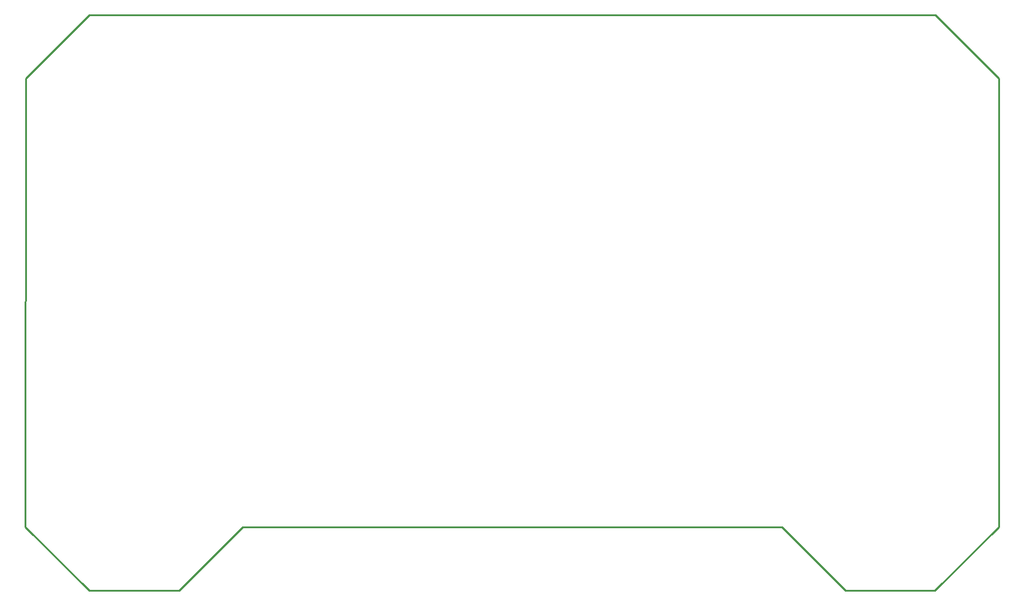
<source format=gbr>
G04 #@! TF.GenerationSoftware,KiCad,Pcbnew,(5.1.4)-1*
G04 #@! TF.CreationDate,2019-12-11T13:43:38-06:00*
G04 #@! TF.ProjectId,Rover_Controller,526f7665-725f-4436-9f6e-74726f6c6c65,rev?*
G04 #@! TF.SameCoordinates,Original*
G04 #@! TF.FileFunction,Profile,NP*
%FSLAX46Y46*%
G04 Gerber Fmt 4.6, Leading zero omitted, Abs format (unit mm)*
G04 Created by KiCad (PCBNEW (5.1.4)-1) date 2019-12-11 13:43:38*
%MOMM*%
%LPD*%
G04 APERTURE LIST*
%ADD10C,0.250000*%
G04 APERTURE END LIST*
D10*
X97637600Y-133527800D02*
X106578400Y-124536200D01*
X84912200Y-133527800D02*
X97637600Y-133527800D01*
X75895200Y-124485400D02*
X84912200Y-133527800D01*
X75946000Y-61010800D02*
X75895200Y-124485400D01*
X84912200Y-52070000D02*
X75946000Y-61010800D01*
X204470000Y-52070000D02*
X84912200Y-52070000D01*
X213436200Y-61061600D02*
X204470000Y-52070000D01*
X213461600Y-124510800D02*
X213436200Y-61061600D01*
X204444600Y-133527800D02*
X213461600Y-124510800D01*
X191770000Y-133527800D02*
X204444600Y-133527800D01*
X182803800Y-124561600D02*
X191770000Y-133527800D01*
X182753000Y-124561600D02*
X182803800Y-124561600D01*
X106578400Y-124536200D02*
X182753000Y-124561600D01*
M02*

</source>
